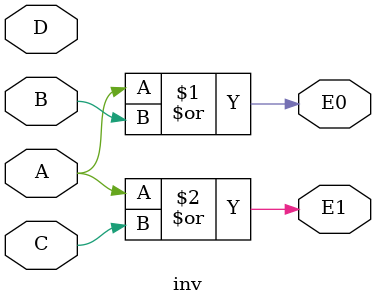
<source format=v>
`timescale 1ns / 1ps


module inv(
    input A, B, C, D,
    output E0, E1
    );
    assign E0 = A | B;
    assign E1 = A | C;

    
endmodule

</source>
